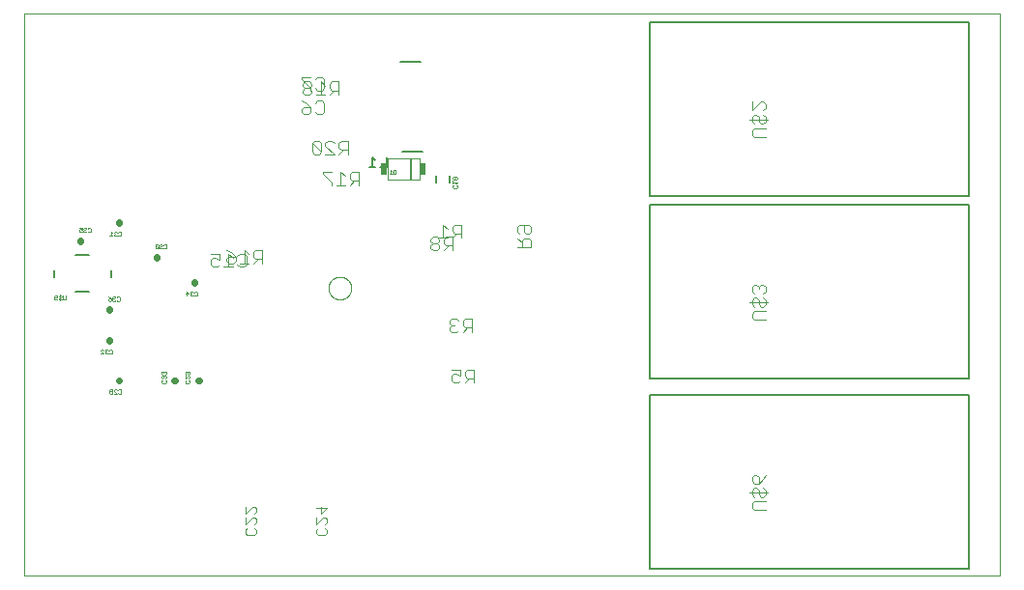
<source format=gbo>
G75*
%MOIN*%
%OFA0B0*%
%FSLAX25Y25*%
%IPPOS*%
%LPD*%
%AMOC8*
5,1,8,0,0,1.08239X$1,22.5*
%
%ADD10C,0.00000*%
%ADD11C,0.00600*%
%ADD12C,0.00100*%
%ADD13C,0.00400*%
%ADD14C,0.00300*%
%ADD15R,0.02362X0.03937*%
%ADD16C,0.00394*%
%ADD17R,0.00787X0.07283*%
%ADD18C,0.00700*%
%ADD19C,0.00800*%
%ADD20C,0.00500*%
%ADD21C,0.02200*%
D10*
X0047976Y0001000D02*
X0047976Y0195000D01*
X0384226Y0195000D01*
X0384226Y0001000D01*
X0047976Y0001000D01*
X0152789Y0100375D02*
X0152791Y0100500D01*
X0152797Y0100625D01*
X0152807Y0100749D01*
X0152821Y0100873D01*
X0152838Y0100997D01*
X0152860Y0101120D01*
X0152886Y0101242D01*
X0152915Y0101364D01*
X0152948Y0101484D01*
X0152986Y0101603D01*
X0153026Y0101722D01*
X0153071Y0101838D01*
X0153119Y0101953D01*
X0153171Y0102067D01*
X0153227Y0102179D01*
X0153286Y0102289D01*
X0153348Y0102397D01*
X0153414Y0102504D01*
X0153483Y0102608D01*
X0153556Y0102709D01*
X0153631Y0102809D01*
X0153710Y0102906D01*
X0153792Y0103000D01*
X0153877Y0103092D01*
X0153964Y0103181D01*
X0154055Y0103267D01*
X0154148Y0103350D01*
X0154244Y0103431D01*
X0154342Y0103508D01*
X0154442Y0103582D01*
X0154545Y0103653D01*
X0154650Y0103720D01*
X0154758Y0103785D01*
X0154867Y0103845D01*
X0154978Y0103903D01*
X0155091Y0103956D01*
X0155205Y0104006D01*
X0155321Y0104053D01*
X0155438Y0104095D01*
X0155557Y0104134D01*
X0155677Y0104170D01*
X0155798Y0104201D01*
X0155920Y0104229D01*
X0156042Y0104252D01*
X0156166Y0104272D01*
X0156290Y0104288D01*
X0156414Y0104300D01*
X0156539Y0104308D01*
X0156664Y0104312D01*
X0156788Y0104312D01*
X0156913Y0104308D01*
X0157038Y0104300D01*
X0157162Y0104288D01*
X0157286Y0104272D01*
X0157410Y0104252D01*
X0157532Y0104229D01*
X0157654Y0104201D01*
X0157775Y0104170D01*
X0157895Y0104134D01*
X0158014Y0104095D01*
X0158131Y0104053D01*
X0158247Y0104006D01*
X0158361Y0103956D01*
X0158474Y0103903D01*
X0158585Y0103845D01*
X0158695Y0103785D01*
X0158802Y0103720D01*
X0158907Y0103653D01*
X0159010Y0103582D01*
X0159110Y0103508D01*
X0159208Y0103431D01*
X0159304Y0103350D01*
X0159397Y0103267D01*
X0159488Y0103181D01*
X0159575Y0103092D01*
X0159660Y0103000D01*
X0159742Y0102906D01*
X0159821Y0102809D01*
X0159896Y0102709D01*
X0159969Y0102608D01*
X0160038Y0102504D01*
X0160104Y0102397D01*
X0160166Y0102289D01*
X0160225Y0102179D01*
X0160281Y0102067D01*
X0160333Y0101953D01*
X0160381Y0101838D01*
X0160426Y0101722D01*
X0160466Y0101603D01*
X0160504Y0101484D01*
X0160537Y0101364D01*
X0160566Y0101242D01*
X0160592Y0101120D01*
X0160614Y0100997D01*
X0160631Y0100873D01*
X0160645Y0100749D01*
X0160655Y0100625D01*
X0160661Y0100500D01*
X0160663Y0100375D01*
X0160661Y0100250D01*
X0160655Y0100125D01*
X0160645Y0100001D01*
X0160631Y0099877D01*
X0160614Y0099753D01*
X0160592Y0099630D01*
X0160566Y0099508D01*
X0160537Y0099386D01*
X0160504Y0099266D01*
X0160466Y0099147D01*
X0160426Y0099028D01*
X0160381Y0098912D01*
X0160333Y0098797D01*
X0160281Y0098683D01*
X0160225Y0098571D01*
X0160166Y0098461D01*
X0160104Y0098353D01*
X0160038Y0098246D01*
X0159969Y0098142D01*
X0159896Y0098041D01*
X0159821Y0097941D01*
X0159742Y0097844D01*
X0159660Y0097750D01*
X0159575Y0097658D01*
X0159488Y0097569D01*
X0159397Y0097483D01*
X0159304Y0097400D01*
X0159208Y0097319D01*
X0159110Y0097242D01*
X0159010Y0097168D01*
X0158907Y0097097D01*
X0158802Y0097030D01*
X0158694Y0096965D01*
X0158585Y0096905D01*
X0158474Y0096847D01*
X0158361Y0096794D01*
X0158247Y0096744D01*
X0158131Y0096697D01*
X0158014Y0096655D01*
X0157895Y0096616D01*
X0157775Y0096580D01*
X0157654Y0096549D01*
X0157532Y0096521D01*
X0157410Y0096498D01*
X0157286Y0096478D01*
X0157162Y0096462D01*
X0157038Y0096450D01*
X0156913Y0096442D01*
X0156788Y0096438D01*
X0156664Y0096438D01*
X0156539Y0096442D01*
X0156414Y0096450D01*
X0156290Y0096462D01*
X0156166Y0096478D01*
X0156042Y0096498D01*
X0155920Y0096521D01*
X0155798Y0096549D01*
X0155677Y0096580D01*
X0155557Y0096616D01*
X0155438Y0096655D01*
X0155321Y0096697D01*
X0155205Y0096744D01*
X0155091Y0096794D01*
X0154978Y0096847D01*
X0154867Y0096905D01*
X0154757Y0096965D01*
X0154650Y0097030D01*
X0154545Y0097097D01*
X0154442Y0097168D01*
X0154342Y0097242D01*
X0154244Y0097319D01*
X0154148Y0097400D01*
X0154055Y0097483D01*
X0153964Y0097569D01*
X0153877Y0097658D01*
X0153792Y0097750D01*
X0153710Y0097844D01*
X0153631Y0097941D01*
X0153556Y0098041D01*
X0153483Y0098142D01*
X0153414Y0098246D01*
X0153348Y0098353D01*
X0153286Y0098461D01*
X0153227Y0098571D01*
X0153171Y0098683D01*
X0153119Y0098797D01*
X0153071Y0098912D01*
X0153026Y0099028D01*
X0152986Y0099147D01*
X0152948Y0099266D01*
X0152915Y0099386D01*
X0152886Y0099508D01*
X0152860Y0099630D01*
X0152838Y0099753D01*
X0152821Y0099877D01*
X0152807Y0100001D01*
X0152797Y0100125D01*
X0152791Y0100250D01*
X0152789Y0100375D01*
D11*
X0189988Y0136694D02*
X0189988Y0139056D01*
X0194713Y0139056D02*
X0194713Y0136694D01*
D12*
X0195651Y0136899D02*
X0197152Y0136899D01*
X0196652Y0136398D01*
X0196902Y0135926D02*
X0197152Y0135676D01*
X0197152Y0135175D01*
X0196902Y0134925D01*
X0195901Y0134925D01*
X0195651Y0135175D01*
X0195651Y0135676D01*
X0195901Y0135926D01*
X0195651Y0136398D02*
X0195651Y0137399D01*
X0195901Y0137872D02*
X0196902Y0138872D01*
X0195901Y0138872D01*
X0195651Y0138622D01*
X0195651Y0138122D01*
X0195901Y0137872D01*
X0196902Y0137872D01*
X0197152Y0138122D01*
X0197152Y0138622D01*
X0196902Y0138872D01*
X0175839Y0139884D02*
X0175289Y0139884D01*
X0175105Y0140068D01*
X0175105Y0140802D01*
X0175289Y0140985D01*
X0175839Y0140985D01*
X0175839Y0139884D01*
X0174734Y0139884D02*
X0174000Y0139884D01*
X0174367Y0139884D02*
X0174367Y0140985D01*
X0174734Y0140618D01*
X0097051Y0115301D02*
X0097051Y0114300D01*
X0096800Y0114050D01*
X0096300Y0114050D01*
X0096050Y0114300D01*
X0095577Y0114300D02*
X0095327Y0114050D01*
X0094827Y0114050D01*
X0094577Y0114300D01*
X0094577Y0114550D01*
X0094827Y0114801D01*
X0095077Y0114801D01*
X0094827Y0114801D02*
X0094577Y0115051D01*
X0094577Y0115301D01*
X0094827Y0115551D01*
X0095327Y0115551D01*
X0095577Y0115301D01*
X0096050Y0115301D02*
X0096300Y0115551D01*
X0096800Y0115551D01*
X0097051Y0115301D01*
X0094104Y0115301D02*
X0093854Y0115551D01*
X0093354Y0115551D01*
X0093103Y0115301D01*
X0094104Y0114300D01*
X0093854Y0114050D01*
X0093354Y0114050D01*
X0093103Y0114300D01*
X0093103Y0115301D01*
X0094104Y0115301D02*
X0094104Y0114300D01*
X0081345Y0118575D02*
X0081345Y0119576D01*
X0081095Y0119826D01*
X0080595Y0119826D01*
X0080345Y0119576D01*
X0079872Y0119576D02*
X0079622Y0119826D01*
X0079122Y0119826D01*
X0078871Y0119576D01*
X0078871Y0119326D01*
X0079122Y0119076D01*
X0078871Y0118825D01*
X0078871Y0118575D01*
X0079122Y0118325D01*
X0079622Y0118325D01*
X0079872Y0118575D01*
X0080345Y0118575D02*
X0080595Y0118325D01*
X0081095Y0118325D01*
X0081345Y0118575D01*
X0079372Y0119076D02*
X0079122Y0119076D01*
X0078399Y0119326D02*
X0077899Y0119826D01*
X0077899Y0118325D01*
X0078399Y0118325D02*
X0077398Y0118325D01*
X0070801Y0119925D02*
X0070550Y0119675D01*
X0070050Y0119675D01*
X0069800Y0119925D01*
X0069327Y0119925D02*
X0069077Y0119675D01*
X0068577Y0119675D01*
X0068327Y0119925D01*
X0068327Y0120175D01*
X0068577Y0120426D01*
X0068827Y0120426D01*
X0068577Y0120426D02*
X0068327Y0120676D01*
X0068327Y0120926D01*
X0068577Y0121176D01*
X0069077Y0121176D01*
X0069327Y0120926D01*
X0069800Y0120926D02*
X0070050Y0121176D01*
X0070550Y0121176D01*
X0070801Y0120926D01*
X0070801Y0119925D01*
X0067854Y0119925D02*
X0067604Y0119675D01*
X0067104Y0119675D01*
X0066853Y0119925D01*
X0066853Y0120426D01*
X0067104Y0120676D01*
X0067354Y0120676D01*
X0067854Y0120426D01*
X0067854Y0121176D01*
X0066853Y0121176D01*
X0060372Y0098076D02*
X0060372Y0096075D01*
X0060622Y0096325D02*
X0060122Y0096325D01*
X0059871Y0096575D01*
X0059871Y0096825D01*
X0060122Y0097076D01*
X0060622Y0097076D01*
X0060872Y0097326D01*
X0060872Y0097576D01*
X0060622Y0097826D01*
X0060122Y0097826D01*
X0059871Y0097576D01*
X0059399Y0097576D02*
X0059399Y0097326D01*
X0059149Y0097076D01*
X0058398Y0097076D01*
X0058398Y0097576D02*
X0058648Y0097826D01*
X0059149Y0097826D01*
X0059399Y0097576D01*
X0059399Y0096575D02*
X0059149Y0096325D01*
X0058648Y0096325D01*
X0058398Y0096575D01*
X0058398Y0097576D01*
X0060622Y0096325D02*
X0060872Y0096575D01*
X0061345Y0096575D02*
X0061345Y0097826D01*
X0062345Y0097826D02*
X0062345Y0096575D01*
X0062095Y0096325D01*
X0061595Y0096325D01*
X0061345Y0096575D01*
X0076853Y0096425D02*
X0077104Y0096676D01*
X0077854Y0096676D01*
X0077854Y0096175D01*
X0077604Y0095925D01*
X0077104Y0095925D01*
X0076853Y0096175D01*
X0076853Y0096425D01*
X0077354Y0097176D02*
X0076853Y0097426D01*
X0077354Y0097176D02*
X0077854Y0096676D01*
X0078327Y0096926D02*
X0078577Y0096676D01*
X0078327Y0096425D01*
X0078327Y0096175D01*
X0078577Y0095925D01*
X0079077Y0095925D01*
X0079327Y0096175D01*
X0079800Y0096175D02*
X0080050Y0095925D01*
X0080550Y0095925D01*
X0080801Y0096175D01*
X0080801Y0097176D01*
X0080550Y0097426D01*
X0080050Y0097426D01*
X0079800Y0097176D01*
X0079327Y0097176D02*
X0079077Y0097426D01*
X0078577Y0097426D01*
X0078327Y0097176D01*
X0078327Y0096926D01*
X0078577Y0096676D02*
X0078827Y0096676D01*
X0103648Y0098451D02*
X0104649Y0098451D01*
X0103898Y0099201D01*
X0103898Y0097700D01*
X0105121Y0097950D02*
X0105121Y0098200D01*
X0105372Y0098451D01*
X0105622Y0098451D01*
X0105372Y0098451D02*
X0105121Y0098701D01*
X0105121Y0098951D01*
X0105372Y0099201D01*
X0105872Y0099201D01*
X0106122Y0098951D01*
X0106595Y0098951D02*
X0106845Y0099201D01*
X0107345Y0099201D01*
X0107595Y0098951D01*
X0107595Y0097950D01*
X0107345Y0097700D01*
X0106845Y0097700D01*
X0106595Y0097950D01*
X0106122Y0097950D02*
X0105872Y0097700D01*
X0105372Y0097700D01*
X0105121Y0097950D01*
X0078220Y0078951D02*
X0078220Y0077950D01*
X0077970Y0077700D01*
X0077470Y0077700D01*
X0077220Y0077950D01*
X0076747Y0077950D02*
X0076497Y0077700D01*
X0075997Y0077700D01*
X0075746Y0077950D01*
X0075746Y0078200D01*
X0075997Y0078451D01*
X0076247Y0078451D01*
X0075997Y0078451D02*
X0075746Y0078701D01*
X0075746Y0078951D01*
X0075997Y0079201D01*
X0076497Y0079201D01*
X0076747Y0078951D01*
X0077220Y0078951D02*
X0077470Y0079201D01*
X0077970Y0079201D01*
X0078220Y0078951D01*
X0075274Y0078951D02*
X0075024Y0079201D01*
X0074523Y0079201D01*
X0074273Y0078951D01*
X0074273Y0078701D01*
X0075274Y0077700D01*
X0074273Y0077700D01*
X0095301Y0071327D02*
X0095301Y0070827D01*
X0095551Y0070577D01*
X0095551Y0070104D02*
X0095301Y0069854D01*
X0095301Y0069354D01*
X0095551Y0069103D01*
X0095551Y0068631D02*
X0095301Y0068381D01*
X0095301Y0067880D01*
X0095551Y0067630D01*
X0096552Y0067630D01*
X0096802Y0067880D01*
X0096802Y0068381D01*
X0096552Y0068631D01*
X0096552Y0069103D02*
X0096802Y0069354D01*
X0096802Y0069854D01*
X0096552Y0070104D01*
X0096302Y0070104D01*
X0096051Y0069854D01*
X0095801Y0070104D01*
X0095551Y0070104D01*
X0096051Y0069854D02*
X0096051Y0069604D01*
X0096552Y0070577D02*
X0096802Y0070827D01*
X0096802Y0071327D01*
X0096552Y0071578D01*
X0096302Y0071578D01*
X0096051Y0071327D01*
X0095801Y0071578D01*
X0095551Y0071578D01*
X0095301Y0071327D01*
X0096051Y0071327D02*
X0096051Y0071077D01*
X0103426Y0070827D02*
X0103426Y0071327D01*
X0103676Y0071578D01*
X0104677Y0071578D01*
X0104927Y0071327D01*
X0104927Y0070827D01*
X0104677Y0070577D01*
X0104427Y0070577D01*
X0104176Y0070827D01*
X0104176Y0071578D01*
X0103426Y0070827D02*
X0103676Y0070577D01*
X0103426Y0070104D02*
X0103426Y0069103D01*
X0104427Y0070104D01*
X0104677Y0070104D01*
X0104927Y0069854D01*
X0104927Y0069354D01*
X0104677Y0069103D01*
X0104677Y0068631D02*
X0104927Y0068381D01*
X0104927Y0067880D01*
X0104677Y0067630D01*
X0103676Y0067630D01*
X0103426Y0067880D01*
X0103426Y0068381D01*
X0103676Y0068631D01*
X0081345Y0065201D02*
X0081345Y0064200D01*
X0081095Y0063950D01*
X0080595Y0063950D01*
X0080345Y0064200D01*
X0079872Y0063950D02*
X0078871Y0064951D01*
X0078871Y0065201D01*
X0079122Y0065451D01*
X0079622Y0065451D01*
X0079872Y0065201D01*
X0080345Y0065201D02*
X0080595Y0065451D01*
X0081095Y0065451D01*
X0081345Y0065201D01*
X0079872Y0063950D02*
X0078871Y0063950D01*
X0078399Y0064200D02*
X0078399Y0064450D01*
X0078149Y0064701D01*
X0077648Y0064701D01*
X0077398Y0064450D01*
X0077398Y0064200D01*
X0077648Y0063950D01*
X0078149Y0063950D01*
X0078399Y0064200D01*
X0078149Y0064701D02*
X0078399Y0064951D01*
X0078399Y0065201D01*
X0078149Y0065451D01*
X0077648Y0065451D01*
X0077398Y0065201D01*
X0077398Y0064951D01*
X0077648Y0064701D01*
D13*
X0112891Y0107700D02*
X0114426Y0107700D01*
X0115193Y0108467D01*
X0115193Y0110002D02*
X0113658Y0110769D01*
X0112891Y0110769D01*
X0112124Y0110002D01*
X0112124Y0108467D01*
X0112891Y0107700D01*
X0116727Y0107700D02*
X0119797Y0107700D01*
X0119987Y0108950D02*
X0118453Y0108950D01*
X0117685Y0109717D01*
X0117685Y0110485D01*
X0118453Y0111252D01*
X0120755Y0111252D01*
X0120755Y0109717D01*
X0119987Y0108950D01*
X0121331Y0108467D02*
X0122099Y0107700D01*
X0123633Y0107700D01*
X0124401Y0108467D01*
X0124401Y0111537D01*
X0123633Y0112304D01*
X0122099Y0112304D01*
X0121331Y0111537D01*
X0120755Y0111252D02*
X0119220Y0112787D01*
X0117685Y0113554D01*
X0118262Y0112304D02*
X0118262Y0107700D01*
X0122289Y0108950D02*
X0125359Y0108950D01*
X0126893Y0108950D02*
X0128428Y0110485D01*
X0127661Y0110485D02*
X0129962Y0110485D01*
X0129962Y0108950D02*
X0129962Y0113554D01*
X0127661Y0113554D01*
X0126893Y0112787D01*
X0126893Y0111252D01*
X0127661Y0110485D01*
X0125359Y0112019D02*
X0123824Y0113554D01*
X0123824Y0108950D01*
X0119797Y0110769D02*
X0118262Y0112304D01*
X0115193Y0112304D02*
X0115193Y0110002D01*
X0115193Y0112304D02*
X0112124Y0112304D01*
X0150874Y0139787D02*
X0153943Y0136717D01*
X0153943Y0135950D01*
X0155477Y0135950D02*
X0158547Y0135950D01*
X0160081Y0135950D02*
X0161616Y0137485D01*
X0160849Y0137485D02*
X0163151Y0137485D01*
X0163151Y0135950D02*
X0163151Y0140554D01*
X0160849Y0140554D01*
X0160081Y0139787D01*
X0160081Y0138252D01*
X0160849Y0137485D01*
X0158547Y0139019D02*
X0157012Y0140554D01*
X0157012Y0135950D01*
X0153943Y0140554D02*
X0150874Y0140554D01*
X0150874Y0139787D01*
X0151727Y0146575D02*
X0154797Y0146575D01*
X0151727Y0149644D01*
X0151727Y0150412D01*
X0152495Y0151179D01*
X0154029Y0151179D01*
X0154797Y0150412D01*
X0156331Y0150412D02*
X0156331Y0148877D01*
X0157099Y0148110D01*
X0159401Y0148110D01*
X0157866Y0148110D02*
X0156331Y0146575D01*
X0159401Y0146575D02*
X0159401Y0151179D01*
X0157099Y0151179D01*
X0156331Y0150412D01*
X0150193Y0150412D02*
X0150193Y0147342D01*
X0147124Y0150412D01*
X0147124Y0147342D01*
X0147891Y0146575D01*
X0149426Y0146575D01*
X0150193Y0147342D01*
X0150193Y0150412D02*
X0149426Y0151179D01*
X0147891Y0151179D01*
X0147124Y0150412D01*
X0145904Y0160450D02*
X0144370Y0160450D01*
X0143602Y0161217D01*
X0143602Y0161985D01*
X0144370Y0162752D01*
X0146672Y0162752D01*
X0146672Y0161217D01*
X0145904Y0160450D01*
X0148206Y0161217D02*
X0148974Y0160450D01*
X0150508Y0160450D01*
X0151276Y0161217D01*
X0151276Y0164287D01*
X0150508Y0165054D01*
X0148974Y0165054D01*
X0148206Y0164287D01*
X0146672Y0162752D02*
X0145137Y0164287D01*
X0143602Y0165054D01*
X0144703Y0167075D02*
X0146237Y0167075D01*
X0147005Y0167842D01*
X0147005Y0168610D01*
X0146237Y0169377D01*
X0144703Y0169377D01*
X0143935Y0168610D01*
X0143935Y0167842D01*
X0144703Y0167075D01*
X0144703Y0169377D02*
X0143935Y0170144D01*
X0143935Y0170912D01*
X0144703Y0171679D01*
X0146237Y0171679D01*
X0147005Y0170912D01*
X0147005Y0170144D01*
X0146237Y0169377D01*
X0146672Y0169342D02*
X0143602Y0172412D01*
X0143602Y0173179D01*
X0146672Y0173179D01*
X0148206Y0172412D02*
X0148974Y0173179D01*
X0150508Y0173179D01*
X0151276Y0172412D01*
X0151276Y0169342D01*
X0150508Y0168575D01*
X0148974Y0168575D01*
X0148206Y0169342D01*
X0146672Y0169342D02*
X0146672Y0168575D01*
X0148539Y0167075D02*
X0151609Y0167075D01*
X0153143Y0167075D02*
X0154678Y0168610D01*
X0153911Y0168610D02*
X0156212Y0168610D01*
X0156212Y0167075D02*
X0156212Y0171679D01*
X0153911Y0171679D01*
X0153143Y0170912D01*
X0153143Y0169377D01*
X0153911Y0168610D01*
X0151609Y0170144D02*
X0150074Y0171679D01*
X0150074Y0167075D01*
X0192345Y0122304D02*
X0192345Y0117700D01*
X0192581Y0117287D02*
X0192581Y0115752D01*
X0193349Y0114985D01*
X0195651Y0114985D01*
X0194116Y0114985D02*
X0192581Y0113450D01*
X0191047Y0114217D02*
X0190279Y0113450D01*
X0188745Y0113450D01*
X0187977Y0114217D01*
X0187977Y0114985D01*
X0188745Y0115752D01*
X0190279Y0115752D01*
X0191047Y0116519D01*
X0191047Y0117287D01*
X0190279Y0118054D01*
X0188745Y0118054D01*
X0187977Y0117287D01*
X0187977Y0116519D01*
X0188745Y0115752D01*
X0190279Y0115752D02*
X0191047Y0114985D01*
X0191047Y0114217D01*
X0192581Y0117287D02*
X0193349Y0118054D01*
X0195651Y0118054D01*
X0195651Y0113450D01*
X0195414Y0117700D02*
X0196949Y0119235D01*
X0196182Y0119235D02*
X0198484Y0119235D01*
X0198484Y0117700D02*
X0198484Y0122304D01*
X0196182Y0122304D01*
X0195414Y0121537D01*
X0195414Y0120002D01*
X0196182Y0119235D01*
X0193880Y0120769D02*
X0192345Y0122304D01*
X0193880Y0117700D02*
X0190810Y0117700D01*
X0217926Y0117644D02*
X0219460Y0116110D01*
X0219460Y0116877D02*
X0219460Y0114575D01*
X0217926Y0114575D02*
X0222530Y0114575D01*
X0222530Y0116877D01*
X0221762Y0117644D01*
X0220228Y0117644D01*
X0219460Y0116877D01*
X0218693Y0119179D02*
X0217926Y0119946D01*
X0217926Y0121481D01*
X0218693Y0122248D01*
X0221762Y0122248D01*
X0222530Y0121481D01*
X0222530Y0119946D01*
X0221762Y0119179D01*
X0220995Y0119179D01*
X0220228Y0119946D01*
X0220228Y0122248D01*
X0202234Y0089804D02*
X0199932Y0089804D01*
X0199164Y0089037D01*
X0199164Y0087502D01*
X0199932Y0086735D01*
X0202234Y0086735D01*
X0202234Y0085200D02*
X0202234Y0089804D01*
X0200699Y0086735D02*
X0199164Y0085200D01*
X0197630Y0085967D02*
X0196862Y0085200D01*
X0195328Y0085200D01*
X0194560Y0085967D01*
X0194560Y0086735D01*
X0195328Y0087502D01*
X0196095Y0087502D01*
X0195328Y0087502D02*
X0194560Y0088269D01*
X0194560Y0089037D01*
X0195328Y0089804D01*
X0196862Y0089804D01*
X0197630Y0089037D01*
X0198255Y0072304D02*
X0195185Y0072304D01*
X0195953Y0070769D02*
X0195185Y0070002D01*
X0195185Y0068467D01*
X0195953Y0067700D01*
X0197487Y0067700D01*
X0198255Y0068467D01*
X0198255Y0070002D02*
X0196720Y0070769D01*
X0195953Y0070769D01*
X0198255Y0070002D02*
X0198255Y0072304D01*
X0199789Y0071537D02*
X0199789Y0070002D01*
X0200557Y0069235D01*
X0202859Y0069235D01*
X0202859Y0067700D02*
X0202859Y0072304D01*
X0200557Y0072304D01*
X0199789Y0071537D01*
X0201324Y0069235D02*
X0199789Y0067700D01*
X0298801Y0090092D02*
X0298801Y0091627D01*
X0299568Y0092394D01*
X0303405Y0092394D01*
X0302637Y0093929D02*
X0303405Y0094696D01*
X0303405Y0096231D01*
X0302637Y0096998D01*
X0302637Y0098533D02*
X0303405Y0099300D01*
X0303405Y0100835D01*
X0302637Y0101602D01*
X0301870Y0101602D01*
X0301103Y0100835D01*
X0300335Y0101602D01*
X0299568Y0101602D01*
X0298801Y0100835D01*
X0298801Y0099300D01*
X0299568Y0098533D01*
X0299568Y0096998D02*
X0300335Y0096998D01*
X0301103Y0096231D01*
X0301103Y0094696D01*
X0301870Y0093929D01*
X0302637Y0093929D01*
X0304172Y0095464D02*
X0298033Y0095464D01*
X0298801Y0096231D02*
X0298801Y0094696D01*
X0299568Y0093929D01*
X0298801Y0096231D02*
X0299568Y0096998D01*
X0301103Y0100067D02*
X0301103Y0100835D01*
X0298801Y0090092D02*
X0299568Y0089325D01*
X0303405Y0089325D01*
X0303405Y0035977D02*
X0302637Y0034442D01*
X0301103Y0032908D01*
X0301103Y0035210D01*
X0300335Y0035977D01*
X0299568Y0035977D01*
X0298801Y0035210D01*
X0298801Y0033675D01*
X0299568Y0032908D01*
X0301103Y0032908D01*
X0300335Y0031373D02*
X0301103Y0030606D01*
X0301103Y0029071D01*
X0301870Y0028304D01*
X0302637Y0028304D01*
X0303405Y0029071D01*
X0303405Y0030606D01*
X0302637Y0031373D01*
X0304172Y0029839D02*
X0298033Y0029839D01*
X0298801Y0030606D02*
X0299568Y0031373D01*
X0300335Y0031373D01*
X0298801Y0030606D02*
X0298801Y0029071D01*
X0299568Y0028304D01*
X0299568Y0026769D02*
X0303405Y0026769D01*
X0303405Y0023700D02*
X0299568Y0023700D01*
X0298801Y0024467D01*
X0298801Y0026002D01*
X0299568Y0026769D01*
X0299568Y0152450D02*
X0298801Y0153217D01*
X0298801Y0154752D01*
X0299568Y0155519D01*
X0303405Y0155519D01*
X0302637Y0157054D02*
X0303405Y0157821D01*
X0303405Y0159356D01*
X0302637Y0160123D01*
X0302637Y0161658D02*
X0303405Y0162425D01*
X0303405Y0163960D01*
X0302637Y0164727D01*
X0301870Y0164727D01*
X0298801Y0161658D01*
X0298801Y0164727D01*
X0299568Y0160123D02*
X0300335Y0160123D01*
X0301103Y0159356D01*
X0301103Y0157821D01*
X0301870Y0157054D01*
X0302637Y0157054D01*
X0304172Y0158589D02*
X0298033Y0158589D01*
X0298801Y0159356D02*
X0298801Y0157821D01*
X0299568Y0157054D01*
X0298801Y0159356D02*
X0299568Y0160123D01*
X0299568Y0152450D02*
X0303405Y0152450D01*
D14*
X0152193Y0024344D02*
X0148490Y0024344D01*
X0150341Y0024961D02*
X0150341Y0022493D01*
X0152193Y0024344D01*
X0151576Y0021278D02*
X0152193Y0020661D01*
X0152193Y0019427D01*
X0151576Y0018810D01*
X0151576Y0017595D02*
X0152193Y0016978D01*
X0152193Y0015744D01*
X0151576Y0015126D01*
X0149107Y0015126D01*
X0148490Y0015744D01*
X0148490Y0016978D01*
X0149107Y0017595D01*
X0148490Y0018810D02*
X0150959Y0021278D01*
X0151576Y0021278D01*
X0148490Y0021278D02*
X0148490Y0018810D01*
X0127818Y0019427D02*
X0127201Y0018810D01*
X0127818Y0019427D02*
X0127818Y0020661D01*
X0127201Y0021278D01*
X0126584Y0021278D01*
X0124115Y0018810D01*
X0124115Y0021278D01*
X0124115Y0022493D02*
X0126584Y0024961D01*
X0127201Y0024961D01*
X0127818Y0024344D01*
X0127818Y0023110D01*
X0127201Y0022493D01*
X0124115Y0022493D02*
X0124115Y0024961D01*
X0124732Y0017595D02*
X0124115Y0016978D01*
X0124115Y0015744D01*
X0124732Y0015126D01*
X0127201Y0015126D01*
X0127818Y0015744D01*
X0127818Y0016978D01*
X0127201Y0017595D01*
D15*
X0171908Y0141625D03*
X0185294Y0141625D03*
D16*
X0184112Y0145168D02*
X0184112Y0137885D01*
X0173089Y0137885D01*
X0173089Y0145168D01*
X0184112Y0145168D01*
D17*
X0181160Y0141527D03*
D18*
X0172742Y0142225D02*
X0170540Y0142225D01*
X0169059Y0142225D02*
X0166857Y0142225D01*
X0167958Y0142225D02*
X0167958Y0145528D01*
X0169059Y0144427D01*
X0172742Y0145528D02*
X0172742Y0142225D01*
D19*
X0178226Y0147375D02*
X0185226Y0147375D01*
X0184726Y0178375D02*
X0177726Y0178375D01*
X0070338Y0111674D02*
X0065613Y0111674D01*
X0058133Y0106556D02*
X0058133Y0104194D01*
X0065613Y0099076D02*
X0070338Y0099076D01*
X0077818Y0104194D02*
X0077818Y0106556D01*
D20*
X0263601Y0129125D02*
X0263601Y0069125D01*
X0373601Y0069125D01*
X0373601Y0129125D01*
X0263601Y0129125D01*
X0263601Y0132250D02*
X0373601Y0132250D01*
X0373601Y0192250D01*
X0263601Y0192250D01*
X0263601Y0132250D01*
X0263601Y0063500D02*
X0263601Y0003500D01*
X0373601Y0003500D01*
X0373601Y0063500D01*
X0263601Y0063500D01*
D21*
X0108096Y0068500D02*
X0107856Y0068500D01*
X0099971Y0068500D02*
X0099731Y0068500D01*
X0080476Y0068380D02*
X0080476Y0068620D01*
X0077351Y0082130D02*
X0077351Y0082370D01*
X0077351Y0092755D02*
X0077351Y0092995D01*
X0106726Y0102130D02*
X0106726Y0102370D01*
X0093601Y0110880D02*
X0093601Y0111120D01*
X0080476Y0122755D02*
X0080476Y0122995D01*
X0067351Y0116745D02*
X0067351Y0116505D01*
M02*

</source>
